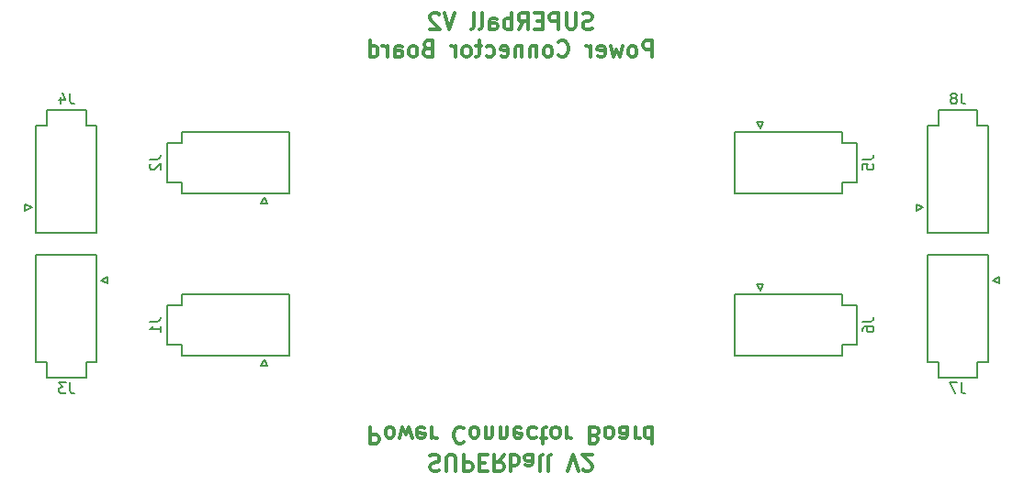
<source format=gbo>
G04 #@! TF.FileFunction,Legend,Bot*
%FSLAX46Y46*%
G04 Gerber Fmt 4.6, Leading zero omitted, Abs format (unit mm)*
G04 Created by KiCad (PCBNEW 4.0.6) date Fri Jul 14 09:31:39 2017*
%MOMM*%
%LPD*%
G01*
G04 APERTURE LIST*
%ADD10C,0.100000*%
%ADD11C,0.300000*%
%ADD12C,0.150000*%
G04 APERTURE END LIST*
D10*
D11*
X140871715Y-124619857D02*
X141086001Y-124548429D01*
X141443144Y-124548429D01*
X141586001Y-124619857D01*
X141657430Y-124691286D01*
X141728858Y-124834143D01*
X141728858Y-124977000D01*
X141657430Y-125119857D01*
X141586001Y-125191286D01*
X141443144Y-125262714D01*
X141157430Y-125334143D01*
X141014572Y-125405571D01*
X140943144Y-125477000D01*
X140871715Y-125619857D01*
X140871715Y-125762714D01*
X140943144Y-125905571D01*
X141014572Y-125977000D01*
X141157430Y-126048429D01*
X141514572Y-126048429D01*
X141728858Y-125977000D01*
X142371715Y-126048429D02*
X142371715Y-124834143D01*
X142443143Y-124691286D01*
X142514572Y-124619857D01*
X142657429Y-124548429D01*
X142943143Y-124548429D01*
X143086001Y-124619857D01*
X143157429Y-124691286D01*
X143228858Y-124834143D01*
X143228858Y-126048429D01*
X143943144Y-124548429D02*
X143943144Y-126048429D01*
X144514572Y-126048429D01*
X144657430Y-125977000D01*
X144728858Y-125905571D01*
X144800287Y-125762714D01*
X144800287Y-125548429D01*
X144728858Y-125405571D01*
X144657430Y-125334143D01*
X144514572Y-125262714D01*
X143943144Y-125262714D01*
X145443144Y-125334143D02*
X145943144Y-125334143D01*
X146157430Y-124548429D02*
X145443144Y-124548429D01*
X145443144Y-126048429D01*
X146157430Y-126048429D01*
X147657430Y-124548429D02*
X147157430Y-125262714D01*
X146800287Y-124548429D02*
X146800287Y-126048429D01*
X147371715Y-126048429D01*
X147514573Y-125977000D01*
X147586001Y-125905571D01*
X147657430Y-125762714D01*
X147657430Y-125548429D01*
X147586001Y-125405571D01*
X147514573Y-125334143D01*
X147371715Y-125262714D01*
X146800287Y-125262714D01*
X148300287Y-124548429D02*
X148300287Y-126048429D01*
X148300287Y-125477000D02*
X148443144Y-125548429D01*
X148728858Y-125548429D01*
X148871715Y-125477000D01*
X148943144Y-125405571D01*
X149014573Y-125262714D01*
X149014573Y-124834143D01*
X148943144Y-124691286D01*
X148871715Y-124619857D01*
X148728858Y-124548429D01*
X148443144Y-124548429D01*
X148300287Y-124619857D01*
X150300287Y-124548429D02*
X150300287Y-125334143D01*
X150228858Y-125477000D01*
X150086001Y-125548429D01*
X149800287Y-125548429D01*
X149657430Y-125477000D01*
X150300287Y-124619857D02*
X150157430Y-124548429D01*
X149800287Y-124548429D01*
X149657430Y-124619857D01*
X149586001Y-124762714D01*
X149586001Y-124905571D01*
X149657430Y-125048429D01*
X149800287Y-125119857D01*
X150157430Y-125119857D01*
X150300287Y-125191286D01*
X151228859Y-124548429D02*
X151086001Y-124619857D01*
X151014573Y-124762714D01*
X151014573Y-126048429D01*
X152014573Y-124548429D02*
X151871715Y-124619857D01*
X151800287Y-124762714D01*
X151800287Y-126048429D01*
X153514572Y-126048429D02*
X154014572Y-124548429D01*
X154514572Y-126048429D01*
X154943143Y-125905571D02*
X155014572Y-125977000D01*
X155157429Y-126048429D01*
X155514572Y-126048429D01*
X155657429Y-125977000D01*
X155728858Y-125905571D01*
X155800286Y-125762714D01*
X155800286Y-125619857D01*
X155728858Y-125405571D01*
X154871715Y-124548429D01*
X155800286Y-124548429D01*
X135336001Y-121998429D02*
X135336001Y-123498429D01*
X135907429Y-123498429D01*
X136050287Y-123427000D01*
X136121715Y-123355571D01*
X136193144Y-123212714D01*
X136193144Y-122998429D01*
X136121715Y-122855571D01*
X136050287Y-122784143D01*
X135907429Y-122712714D01*
X135336001Y-122712714D01*
X137050287Y-121998429D02*
X136907429Y-122069857D01*
X136836001Y-122141286D01*
X136764572Y-122284143D01*
X136764572Y-122712714D01*
X136836001Y-122855571D01*
X136907429Y-122927000D01*
X137050287Y-122998429D01*
X137264572Y-122998429D01*
X137407429Y-122927000D01*
X137478858Y-122855571D01*
X137550287Y-122712714D01*
X137550287Y-122284143D01*
X137478858Y-122141286D01*
X137407429Y-122069857D01*
X137264572Y-121998429D01*
X137050287Y-121998429D01*
X138050287Y-122998429D02*
X138336001Y-121998429D01*
X138621715Y-122712714D01*
X138907430Y-121998429D01*
X139193144Y-122998429D01*
X140336001Y-122069857D02*
X140193144Y-121998429D01*
X139907430Y-121998429D01*
X139764573Y-122069857D01*
X139693144Y-122212714D01*
X139693144Y-122784143D01*
X139764573Y-122927000D01*
X139907430Y-122998429D01*
X140193144Y-122998429D01*
X140336001Y-122927000D01*
X140407430Y-122784143D01*
X140407430Y-122641286D01*
X139693144Y-122498429D01*
X141050287Y-121998429D02*
X141050287Y-122998429D01*
X141050287Y-122712714D02*
X141121715Y-122855571D01*
X141193144Y-122927000D01*
X141336001Y-122998429D01*
X141478858Y-122998429D01*
X143978858Y-122141286D02*
X143907429Y-122069857D01*
X143693143Y-121998429D01*
X143550286Y-121998429D01*
X143336001Y-122069857D01*
X143193143Y-122212714D01*
X143121715Y-122355571D01*
X143050286Y-122641286D01*
X143050286Y-122855571D01*
X143121715Y-123141286D01*
X143193143Y-123284143D01*
X143336001Y-123427000D01*
X143550286Y-123498429D01*
X143693143Y-123498429D01*
X143907429Y-123427000D01*
X143978858Y-123355571D01*
X144836001Y-121998429D02*
X144693143Y-122069857D01*
X144621715Y-122141286D01*
X144550286Y-122284143D01*
X144550286Y-122712714D01*
X144621715Y-122855571D01*
X144693143Y-122927000D01*
X144836001Y-122998429D01*
X145050286Y-122998429D01*
X145193143Y-122927000D01*
X145264572Y-122855571D01*
X145336001Y-122712714D01*
X145336001Y-122284143D01*
X145264572Y-122141286D01*
X145193143Y-122069857D01*
X145050286Y-121998429D01*
X144836001Y-121998429D01*
X145978858Y-122998429D02*
X145978858Y-121998429D01*
X145978858Y-122855571D02*
X146050286Y-122927000D01*
X146193144Y-122998429D01*
X146407429Y-122998429D01*
X146550286Y-122927000D01*
X146621715Y-122784143D01*
X146621715Y-121998429D01*
X147336001Y-122998429D02*
X147336001Y-121998429D01*
X147336001Y-122855571D02*
X147407429Y-122927000D01*
X147550287Y-122998429D01*
X147764572Y-122998429D01*
X147907429Y-122927000D01*
X147978858Y-122784143D01*
X147978858Y-121998429D01*
X149264572Y-122069857D02*
X149121715Y-121998429D01*
X148836001Y-121998429D01*
X148693144Y-122069857D01*
X148621715Y-122212714D01*
X148621715Y-122784143D01*
X148693144Y-122927000D01*
X148836001Y-122998429D01*
X149121715Y-122998429D01*
X149264572Y-122927000D01*
X149336001Y-122784143D01*
X149336001Y-122641286D01*
X148621715Y-122498429D01*
X150621715Y-122069857D02*
X150478858Y-121998429D01*
X150193144Y-121998429D01*
X150050286Y-122069857D01*
X149978858Y-122141286D01*
X149907429Y-122284143D01*
X149907429Y-122712714D01*
X149978858Y-122855571D01*
X150050286Y-122927000D01*
X150193144Y-122998429D01*
X150478858Y-122998429D01*
X150621715Y-122927000D01*
X151050286Y-122998429D02*
X151621715Y-122998429D01*
X151264572Y-123498429D02*
X151264572Y-122212714D01*
X151336000Y-122069857D01*
X151478858Y-121998429D01*
X151621715Y-121998429D01*
X152336001Y-121998429D02*
X152193143Y-122069857D01*
X152121715Y-122141286D01*
X152050286Y-122284143D01*
X152050286Y-122712714D01*
X152121715Y-122855571D01*
X152193143Y-122927000D01*
X152336001Y-122998429D01*
X152550286Y-122998429D01*
X152693143Y-122927000D01*
X152764572Y-122855571D01*
X152836001Y-122712714D01*
X152836001Y-122284143D01*
X152764572Y-122141286D01*
X152693143Y-122069857D01*
X152550286Y-121998429D01*
X152336001Y-121998429D01*
X153478858Y-121998429D02*
X153478858Y-122998429D01*
X153478858Y-122712714D02*
X153550286Y-122855571D01*
X153621715Y-122927000D01*
X153764572Y-122998429D01*
X153907429Y-122998429D01*
X156050286Y-122784143D02*
X156264572Y-122712714D01*
X156336000Y-122641286D01*
X156407429Y-122498429D01*
X156407429Y-122284143D01*
X156336000Y-122141286D01*
X156264572Y-122069857D01*
X156121714Y-121998429D01*
X155550286Y-121998429D01*
X155550286Y-123498429D01*
X156050286Y-123498429D01*
X156193143Y-123427000D01*
X156264572Y-123355571D01*
X156336000Y-123212714D01*
X156336000Y-123069857D01*
X156264572Y-122927000D01*
X156193143Y-122855571D01*
X156050286Y-122784143D01*
X155550286Y-122784143D01*
X157264572Y-121998429D02*
X157121714Y-122069857D01*
X157050286Y-122141286D01*
X156978857Y-122284143D01*
X156978857Y-122712714D01*
X157050286Y-122855571D01*
X157121714Y-122927000D01*
X157264572Y-122998429D01*
X157478857Y-122998429D01*
X157621714Y-122927000D01*
X157693143Y-122855571D01*
X157764572Y-122712714D01*
X157764572Y-122284143D01*
X157693143Y-122141286D01*
X157621714Y-122069857D01*
X157478857Y-121998429D01*
X157264572Y-121998429D01*
X159050286Y-121998429D02*
X159050286Y-122784143D01*
X158978857Y-122927000D01*
X158836000Y-122998429D01*
X158550286Y-122998429D01*
X158407429Y-122927000D01*
X159050286Y-122069857D02*
X158907429Y-121998429D01*
X158550286Y-121998429D01*
X158407429Y-122069857D01*
X158336000Y-122212714D01*
X158336000Y-122355571D01*
X158407429Y-122498429D01*
X158550286Y-122569857D01*
X158907429Y-122569857D01*
X159050286Y-122641286D01*
X159764572Y-121998429D02*
X159764572Y-122998429D01*
X159764572Y-122712714D02*
X159836000Y-122855571D01*
X159907429Y-122927000D01*
X160050286Y-122998429D01*
X160193143Y-122998429D01*
X161336000Y-121998429D02*
X161336000Y-123498429D01*
X161336000Y-122069857D02*
X161193143Y-121998429D01*
X160907429Y-121998429D01*
X160764571Y-122069857D01*
X160693143Y-122141286D01*
X160621714Y-122284143D01*
X160621714Y-122712714D01*
X160693143Y-122855571D01*
X160764571Y-122927000D01*
X160907429Y-122998429D01*
X161193143Y-122998429D01*
X161336000Y-122927000D01*
X155800285Y-85184143D02*
X155585999Y-85255571D01*
X155228856Y-85255571D01*
X155085999Y-85184143D01*
X155014570Y-85112714D01*
X154943142Y-84969857D01*
X154943142Y-84827000D01*
X155014570Y-84684143D01*
X155085999Y-84612714D01*
X155228856Y-84541286D01*
X155514570Y-84469857D01*
X155657428Y-84398429D01*
X155728856Y-84327000D01*
X155800285Y-84184143D01*
X155800285Y-84041286D01*
X155728856Y-83898429D01*
X155657428Y-83827000D01*
X155514570Y-83755571D01*
X155157428Y-83755571D01*
X154943142Y-83827000D01*
X154300285Y-83755571D02*
X154300285Y-84969857D01*
X154228857Y-85112714D01*
X154157428Y-85184143D01*
X154014571Y-85255571D01*
X153728857Y-85255571D01*
X153585999Y-85184143D01*
X153514571Y-85112714D01*
X153443142Y-84969857D01*
X153443142Y-83755571D01*
X152728856Y-85255571D02*
X152728856Y-83755571D01*
X152157428Y-83755571D01*
X152014570Y-83827000D01*
X151943142Y-83898429D01*
X151871713Y-84041286D01*
X151871713Y-84255571D01*
X151943142Y-84398429D01*
X152014570Y-84469857D01*
X152157428Y-84541286D01*
X152728856Y-84541286D01*
X151228856Y-84469857D02*
X150728856Y-84469857D01*
X150514570Y-85255571D02*
X151228856Y-85255571D01*
X151228856Y-83755571D01*
X150514570Y-83755571D01*
X149014570Y-85255571D02*
X149514570Y-84541286D01*
X149871713Y-85255571D02*
X149871713Y-83755571D01*
X149300285Y-83755571D01*
X149157427Y-83827000D01*
X149085999Y-83898429D01*
X149014570Y-84041286D01*
X149014570Y-84255571D01*
X149085999Y-84398429D01*
X149157427Y-84469857D01*
X149300285Y-84541286D01*
X149871713Y-84541286D01*
X148371713Y-85255571D02*
X148371713Y-83755571D01*
X148371713Y-84327000D02*
X148228856Y-84255571D01*
X147943142Y-84255571D01*
X147800285Y-84327000D01*
X147728856Y-84398429D01*
X147657427Y-84541286D01*
X147657427Y-84969857D01*
X147728856Y-85112714D01*
X147800285Y-85184143D01*
X147943142Y-85255571D01*
X148228856Y-85255571D01*
X148371713Y-85184143D01*
X146371713Y-85255571D02*
X146371713Y-84469857D01*
X146443142Y-84327000D01*
X146585999Y-84255571D01*
X146871713Y-84255571D01*
X147014570Y-84327000D01*
X146371713Y-85184143D02*
X146514570Y-85255571D01*
X146871713Y-85255571D01*
X147014570Y-85184143D01*
X147085999Y-85041286D01*
X147085999Y-84898429D01*
X147014570Y-84755571D01*
X146871713Y-84684143D01*
X146514570Y-84684143D01*
X146371713Y-84612714D01*
X145443141Y-85255571D02*
X145585999Y-85184143D01*
X145657427Y-85041286D01*
X145657427Y-83755571D01*
X144657427Y-85255571D02*
X144800285Y-85184143D01*
X144871713Y-85041286D01*
X144871713Y-83755571D01*
X143157428Y-83755571D02*
X142657428Y-85255571D01*
X142157428Y-83755571D01*
X141728857Y-83898429D02*
X141657428Y-83827000D01*
X141514571Y-83755571D01*
X141157428Y-83755571D01*
X141014571Y-83827000D01*
X140943142Y-83898429D01*
X140871714Y-84041286D01*
X140871714Y-84184143D01*
X140943142Y-84398429D01*
X141800285Y-85255571D01*
X140871714Y-85255571D01*
X161335999Y-87805571D02*
X161335999Y-86305571D01*
X160764571Y-86305571D01*
X160621713Y-86377000D01*
X160550285Y-86448429D01*
X160478856Y-86591286D01*
X160478856Y-86805571D01*
X160550285Y-86948429D01*
X160621713Y-87019857D01*
X160764571Y-87091286D01*
X161335999Y-87091286D01*
X159621713Y-87805571D02*
X159764571Y-87734143D01*
X159835999Y-87662714D01*
X159907428Y-87519857D01*
X159907428Y-87091286D01*
X159835999Y-86948429D01*
X159764571Y-86877000D01*
X159621713Y-86805571D01*
X159407428Y-86805571D01*
X159264571Y-86877000D01*
X159193142Y-86948429D01*
X159121713Y-87091286D01*
X159121713Y-87519857D01*
X159193142Y-87662714D01*
X159264571Y-87734143D01*
X159407428Y-87805571D01*
X159621713Y-87805571D01*
X158621713Y-86805571D02*
X158335999Y-87805571D01*
X158050285Y-87091286D01*
X157764570Y-87805571D01*
X157478856Y-86805571D01*
X156335999Y-87734143D02*
X156478856Y-87805571D01*
X156764570Y-87805571D01*
X156907427Y-87734143D01*
X156978856Y-87591286D01*
X156978856Y-87019857D01*
X156907427Y-86877000D01*
X156764570Y-86805571D01*
X156478856Y-86805571D01*
X156335999Y-86877000D01*
X156264570Y-87019857D01*
X156264570Y-87162714D01*
X156978856Y-87305571D01*
X155621713Y-87805571D02*
X155621713Y-86805571D01*
X155621713Y-87091286D02*
X155550285Y-86948429D01*
X155478856Y-86877000D01*
X155335999Y-86805571D01*
X155193142Y-86805571D01*
X152693142Y-87662714D02*
X152764571Y-87734143D01*
X152978857Y-87805571D01*
X153121714Y-87805571D01*
X153335999Y-87734143D01*
X153478857Y-87591286D01*
X153550285Y-87448429D01*
X153621714Y-87162714D01*
X153621714Y-86948429D01*
X153550285Y-86662714D01*
X153478857Y-86519857D01*
X153335999Y-86377000D01*
X153121714Y-86305571D01*
X152978857Y-86305571D01*
X152764571Y-86377000D01*
X152693142Y-86448429D01*
X151835999Y-87805571D02*
X151978857Y-87734143D01*
X152050285Y-87662714D01*
X152121714Y-87519857D01*
X152121714Y-87091286D01*
X152050285Y-86948429D01*
X151978857Y-86877000D01*
X151835999Y-86805571D01*
X151621714Y-86805571D01*
X151478857Y-86877000D01*
X151407428Y-86948429D01*
X151335999Y-87091286D01*
X151335999Y-87519857D01*
X151407428Y-87662714D01*
X151478857Y-87734143D01*
X151621714Y-87805571D01*
X151835999Y-87805571D01*
X150693142Y-86805571D02*
X150693142Y-87805571D01*
X150693142Y-86948429D02*
X150621714Y-86877000D01*
X150478856Y-86805571D01*
X150264571Y-86805571D01*
X150121714Y-86877000D01*
X150050285Y-87019857D01*
X150050285Y-87805571D01*
X149335999Y-86805571D02*
X149335999Y-87805571D01*
X149335999Y-86948429D02*
X149264571Y-86877000D01*
X149121713Y-86805571D01*
X148907428Y-86805571D01*
X148764571Y-86877000D01*
X148693142Y-87019857D01*
X148693142Y-87805571D01*
X147407428Y-87734143D02*
X147550285Y-87805571D01*
X147835999Y-87805571D01*
X147978856Y-87734143D01*
X148050285Y-87591286D01*
X148050285Y-87019857D01*
X147978856Y-86877000D01*
X147835999Y-86805571D01*
X147550285Y-86805571D01*
X147407428Y-86877000D01*
X147335999Y-87019857D01*
X147335999Y-87162714D01*
X148050285Y-87305571D01*
X146050285Y-87734143D02*
X146193142Y-87805571D01*
X146478856Y-87805571D01*
X146621714Y-87734143D01*
X146693142Y-87662714D01*
X146764571Y-87519857D01*
X146764571Y-87091286D01*
X146693142Y-86948429D01*
X146621714Y-86877000D01*
X146478856Y-86805571D01*
X146193142Y-86805571D01*
X146050285Y-86877000D01*
X145621714Y-86805571D02*
X145050285Y-86805571D01*
X145407428Y-86305571D02*
X145407428Y-87591286D01*
X145336000Y-87734143D01*
X145193142Y-87805571D01*
X145050285Y-87805571D01*
X144335999Y-87805571D02*
X144478857Y-87734143D01*
X144550285Y-87662714D01*
X144621714Y-87519857D01*
X144621714Y-87091286D01*
X144550285Y-86948429D01*
X144478857Y-86877000D01*
X144335999Y-86805571D01*
X144121714Y-86805571D01*
X143978857Y-86877000D01*
X143907428Y-86948429D01*
X143835999Y-87091286D01*
X143835999Y-87519857D01*
X143907428Y-87662714D01*
X143978857Y-87734143D01*
X144121714Y-87805571D01*
X144335999Y-87805571D01*
X143193142Y-87805571D02*
X143193142Y-86805571D01*
X143193142Y-87091286D02*
X143121714Y-86948429D01*
X143050285Y-86877000D01*
X142907428Y-86805571D01*
X142764571Y-86805571D01*
X140621714Y-87019857D02*
X140407428Y-87091286D01*
X140336000Y-87162714D01*
X140264571Y-87305571D01*
X140264571Y-87519857D01*
X140336000Y-87662714D01*
X140407428Y-87734143D01*
X140550286Y-87805571D01*
X141121714Y-87805571D01*
X141121714Y-86305571D01*
X140621714Y-86305571D01*
X140478857Y-86377000D01*
X140407428Y-86448429D01*
X140336000Y-86591286D01*
X140336000Y-86734143D01*
X140407428Y-86877000D01*
X140478857Y-86948429D01*
X140621714Y-87019857D01*
X141121714Y-87019857D01*
X139407428Y-87805571D02*
X139550286Y-87734143D01*
X139621714Y-87662714D01*
X139693143Y-87519857D01*
X139693143Y-87091286D01*
X139621714Y-86948429D01*
X139550286Y-86877000D01*
X139407428Y-86805571D01*
X139193143Y-86805571D01*
X139050286Y-86877000D01*
X138978857Y-86948429D01*
X138907428Y-87091286D01*
X138907428Y-87519857D01*
X138978857Y-87662714D01*
X139050286Y-87734143D01*
X139193143Y-87805571D01*
X139407428Y-87805571D01*
X137621714Y-87805571D02*
X137621714Y-87019857D01*
X137693143Y-86877000D01*
X137836000Y-86805571D01*
X138121714Y-86805571D01*
X138264571Y-86877000D01*
X137621714Y-87734143D02*
X137764571Y-87805571D01*
X138121714Y-87805571D01*
X138264571Y-87734143D01*
X138336000Y-87591286D01*
X138336000Y-87448429D01*
X138264571Y-87305571D01*
X138121714Y-87234143D01*
X137764571Y-87234143D01*
X137621714Y-87162714D01*
X136907428Y-87805571D02*
X136907428Y-86805571D01*
X136907428Y-87091286D02*
X136836000Y-86948429D01*
X136764571Y-86877000D01*
X136621714Y-86805571D01*
X136478857Y-86805571D01*
X135336000Y-87805571D02*
X135336000Y-86305571D01*
X135336000Y-87734143D02*
X135478857Y-87805571D01*
X135764571Y-87805571D01*
X135907429Y-87734143D01*
X135978857Y-87662714D01*
X136050286Y-87519857D01*
X136050286Y-87091286D01*
X135978857Y-86948429D01*
X135907429Y-86877000D01*
X135764571Y-86805571D01*
X135478857Y-86805571D01*
X135336000Y-86877000D01*
D12*
X127919400Y-112574576D02*
X127919400Y-115374576D01*
X127919400Y-115374576D02*
X118019400Y-115374576D01*
X118019400Y-115374576D02*
X118019400Y-114374576D01*
X118019400Y-114374576D02*
X116619400Y-114374576D01*
X116619400Y-114374576D02*
X116619400Y-112574576D01*
X127919400Y-112574576D02*
X127919400Y-109774576D01*
X127919400Y-109774576D02*
X118019400Y-109774576D01*
X118019400Y-109774576D02*
X118019400Y-110774576D01*
X118019400Y-110774576D02*
X116619400Y-110774576D01*
X116619400Y-110774576D02*
X116619400Y-112574576D01*
X125569400Y-115774576D02*
X125269400Y-116374576D01*
X125269400Y-116374576D02*
X125869400Y-116374576D01*
X125869400Y-116374576D02*
X125569400Y-115774576D01*
X127919400Y-97588576D02*
X127919400Y-100388576D01*
X127919400Y-100388576D02*
X118019400Y-100388576D01*
X118019400Y-100388576D02*
X118019400Y-99388576D01*
X118019400Y-99388576D02*
X116619400Y-99388576D01*
X116619400Y-99388576D02*
X116619400Y-97588576D01*
X127919400Y-97588576D02*
X127919400Y-94788576D01*
X127919400Y-94788576D02*
X118019400Y-94788576D01*
X118019400Y-94788576D02*
X118019400Y-95788576D01*
X118019400Y-95788576D02*
X116619400Y-95788576D01*
X116619400Y-95788576D02*
X116619400Y-97588576D01*
X125569400Y-100788576D02*
X125269400Y-101388576D01*
X125269400Y-101388576D02*
X125869400Y-101388576D01*
X125869400Y-101388576D02*
X125569400Y-100788576D01*
X107340400Y-106104800D02*
X110140400Y-106104800D01*
X110140400Y-106104800D02*
X110140400Y-116004800D01*
X110140400Y-116004800D02*
X109140400Y-116004800D01*
X109140400Y-116004800D02*
X109140400Y-117404800D01*
X109140400Y-117404800D02*
X107340400Y-117404800D01*
X107340400Y-106104800D02*
X104540400Y-106104800D01*
X104540400Y-106104800D02*
X104540400Y-116004800D01*
X104540400Y-116004800D02*
X105540400Y-116004800D01*
X105540400Y-116004800D02*
X105540400Y-117404800D01*
X105540400Y-117404800D02*
X107340400Y-117404800D01*
X110540400Y-108454800D02*
X111140400Y-108754800D01*
X111140400Y-108754800D02*
X111140400Y-108154800D01*
X111140400Y-108154800D02*
X110540400Y-108454800D01*
X107340400Y-104060400D02*
X104540400Y-104060400D01*
X104540400Y-104060400D02*
X104540400Y-94160400D01*
X104540400Y-94160400D02*
X105540400Y-94160400D01*
X105540400Y-94160400D02*
X105540400Y-92760400D01*
X105540400Y-92760400D02*
X107340400Y-92760400D01*
X107340400Y-104060400D02*
X110140400Y-104060400D01*
X110140400Y-104060400D02*
X110140400Y-94160400D01*
X110140400Y-94160400D02*
X109140400Y-94160400D01*
X109140400Y-94160400D02*
X109140400Y-92760400D01*
X109140400Y-92760400D02*
X107340400Y-92760400D01*
X104140400Y-101710400D02*
X103540400Y-101410400D01*
X103540400Y-101410400D02*
X103540400Y-102010400D01*
X103540400Y-102010400D02*
X104140400Y-101710400D01*
X168939400Y-97588576D02*
X168939400Y-94788576D01*
X168939400Y-94788576D02*
X178839400Y-94788576D01*
X178839400Y-94788576D02*
X178839400Y-95788576D01*
X178839400Y-95788576D02*
X180239400Y-95788576D01*
X180239400Y-95788576D02*
X180239400Y-97588576D01*
X168939400Y-97588576D02*
X168939400Y-100388576D01*
X168939400Y-100388576D02*
X178839400Y-100388576D01*
X178839400Y-100388576D02*
X178839400Y-99388576D01*
X178839400Y-99388576D02*
X180239400Y-99388576D01*
X180239400Y-99388576D02*
X180239400Y-97588576D01*
X171289400Y-94388576D02*
X171589400Y-93788576D01*
X171589400Y-93788576D02*
X170989400Y-93788576D01*
X170989400Y-93788576D02*
X171289400Y-94388576D01*
X168939400Y-112574576D02*
X168939400Y-109774576D01*
X168939400Y-109774576D02*
X178839400Y-109774576D01*
X178839400Y-109774576D02*
X178839400Y-110774576D01*
X178839400Y-110774576D02*
X180239400Y-110774576D01*
X180239400Y-110774576D02*
X180239400Y-112574576D01*
X168939400Y-112574576D02*
X168939400Y-115374576D01*
X168939400Y-115374576D02*
X178839400Y-115374576D01*
X178839400Y-115374576D02*
X178839400Y-114374576D01*
X178839400Y-114374576D02*
X180239400Y-114374576D01*
X180239400Y-114374576D02*
X180239400Y-112574576D01*
X171289400Y-109374576D02*
X171589400Y-108774576D01*
X171589400Y-108774576D02*
X170989400Y-108774576D01*
X170989400Y-108774576D02*
X171289400Y-109374576D01*
X189518400Y-106104800D02*
X192318400Y-106104800D01*
X192318400Y-106104800D02*
X192318400Y-116004800D01*
X192318400Y-116004800D02*
X191318400Y-116004800D01*
X191318400Y-116004800D02*
X191318400Y-117404800D01*
X191318400Y-117404800D02*
X189518400Y-117404800D01*
X189518400Y-106104800D02*
X186718400Y-106104800D01*
X186718400Y-106104800D02*
X186718400Y-116004800D01*
X186718400Y-116004800D02*
X187718400Y-116004800D01*
X187718400Y-116004800D02*
X187718400Y-117404800D01*
X187718400Y-117404800D02*
X189518400Y-117404800D01*
X192718400Y-108454800D02*
X193318400Y-108754800D01*
X193318400Y-108754800D02*
X193318400Y-108154800D01*
X193318400Y-108154800D02*
X192718400Y-108454800D01*
X189518400Y-104060400D02*
X186718400Y-104060400D01*
X186718400Y-104060400D02*
X186718400Y-94160400D01*
X186718400Y-94160400D02*
X187718400Y-94160400D01*
X187718400Y-94160400D02*
X187718400Y-92760400D01*
X187718400Y-92760400D02*
X189518400Y-92760400D01*
X189518400Y-104060400D02*
X192318400Y-104060400D01*
X192318400Y-104060400D02*
X192318400Y-94160400D01*
X192318400Y-94160400D02*
X191318400Y-94160400D01*
X191318400Y-94160400D02*
X191318400Y-92760400D01*
X191318400Y-92760400D02*
X189518400Y-92760400D01*
X186318400Y-101710400D02*
X185718400Y-101410400D01*
X185718400Y-101410400D02*
X185718400Y-102010400D01*
X185718400Y-102010400D02*
X186318400Y-101710400D01*
X115021781Y-112241243D02*
X115736067Y-112241243D01*
X115878924Y-112193623D01*
X115974162Y-112098385D01*
X116021781Y-111955528D01*
X116021781Y-111860290D01*
X116021781Y-113241243D02*
X116021781Y-112669814D01*
X116021781Y-112955528D02*
X115021781Y-112955528D01*
X115164638Y-112860290D01*
X115259876Y-112765052D01*
X115307495Y-112669814D01*
X115021781Y-97255243D02*
X115736067Y-97255243D01*
X115878924Y-97207623D01*
X115974162Y-97112385D01*
X116021781Y-96969528D01*
X116021781Y-96874290D01*
X115117019Y-97683814D02*
X115069400Y-97731433D01*
X115021781Y-97826671D01*
X115021781Y-98064767D01*
X115069400Y-98160005D01*
X115117019Y-98207624D01*
X115212257Y-98255243D01*
X115307495Y-98255243D01*
X115450352Y-98207624D01*
X116021781Y-97636195D01*
X116021781Y-98255243D01*
X107673733Y-117907181D02*
X107673733Y-118621467D01*
X107721353Y-118764324D01*
X107816591Y-118859562D01*
X107959448Y-118907181D01*
X108054686Y-118907181D01*
X107292781Y-117907181D02*
X106673733Y-117907181D01*
X107007067Y-118288133D01*
X106864209Y-118288133D01*
X106768971Y-118335752D01*
X106721352Y-118383371D01*
X106673733Y-118478610D01*
X106673733Y-118716705D01*
X106721352Y-118811943D01*
X106768971Y-118859562D01*
X106864209Y-118907181D01*
X107149924Y-118907181D01*
X107245162Y-118859562D01*
X107292781Y-118811943D01*
X107673733Y-91162781D02*
X107673733Y-91877067D01*
X107721353Y-92019924D01*
X107816591Y-92115162D01*
X107959448Y-92162781D01*
X108054686Y-92162781D01*
X106768971Y-91496114D02*
X106768971Y-92162781D01*
X107007067Y-91115162D02*
X107245162Y-91829448D01*
X106626114Y-91829448D01*
X180741781Y-97255243D02*
X181456067Y-97255243D01*
X181598924Y-97207623D01*
X181694162Y-97112385D01*
X181741781Y-96969528D01*
X181741781Y-96874290D01*
X180741781Y-98207624D02*
X180741781Y-97731433D01*
X181217971Y-97683814D01*
X181170352Y-97731433D01*
X181122733Y-97826671D01*
X181122733Y-98064767D01*
X181170352Y-98160005D01*
X181217971Y-98207624D01*
X181313210Y-98255243D01*
X181551305Y-98255243D01*
X181646543Y-98207624D01*
X181694162Y-98160005D01*
X181741781Y-98064767D01*
X181741781Y-97826671D01*
X181694162Y-97731433D01*
X181646543Y-97683814D01*
X180741781Y-112241243D02*
X181456067Y-112241243D01*
X181598924Y-112193623D01*
X181694162Y-112098385D01*
X181741781Y-111955528D01*
X181741781Y-111860290D01*
X180741781Y-113146005D02*
X180741781Y-112955528D01*
X180789400Y-112860290D01*
X180837019Y-112812671D01*
X180979876Y-112717433D01*
X181170352Y-112669814D01*
X181551305Y-112669814D01*
X181646543Y-112717433D01*
X181694162Y-112765052D01*
X181741781Y-112860290D01*
X181741781Y-113050767D01*
X181694162Y-113146005D01*
X181646543Y-113193624D01*
X181551305Y-113241243D01*
X181313210Y-113241243D01*
X181217971Y-113193624D01*
X181170352Y-113146005D01*
X181122733Y-113050767D01*
X181122733Y-112860290D01*
X181170352Y-112765052D01*
X181217971Y-112717433D01*
X181313210Y-112669814D01*
X189851733Y-117907181D02*
X189851733Y-118621467D01*
X189899353Y-118764324D01*
X189994591Y-118859562D01*
X190137448Y-118907181D01*
X190232686Y-118907181D01*
X189470781Y-117907181D02*
X188804114Y-117907181D01*
X189232686Y-118907181D01*
X189851733Y-91162781D02*
X189851733Y-91877067D01*
X189899353Y-92019924D01*
X189994591Y-92115162D01*
X190137448Y-92162781D01*
X190232686Y-92162781D01*
X189232686Y-91591352D02*
X189327924Y-91543733D01*
X189375543Y-91496114D01*
X189423162Y-91400876D01*
X189423162Y-91353257D01*
X189375543Y-91258019D01*
X189327924Y-91210400D01*
X189232686Y-91162781D01*
X189042209Y-91162781D01*
X188946971Y-91210400D01*
X188899352Y-91258019D01*
X188851733Y-91353257D01*
X188851733Y-91400876D01*
X188899352Y-91496114D01*
X188946971Y-91543733D01*
X189042209Y-91591352D01*
X189232686Y-91591352D01*
X189327924Y-91638971D01*
X189375543Y-91686590D01*
X189423162Y-91781829D01*
X189423162Y-91972305D01*
X189375543Y-92067543D01*
X189327924Y-92115162D01*
X189232686Y-92162781D01*
X189042209Y-92162781D01*
X188946971Y-92115162D01*
X188899352Y-92067543D01*
X188851733Y-91972305D01*
X188851733Y-91781829D01*
X188899352Y-91686590D01*
X188946971Y-91638971D01*
X189042209Y-91591352D01*
M02*

</source>
